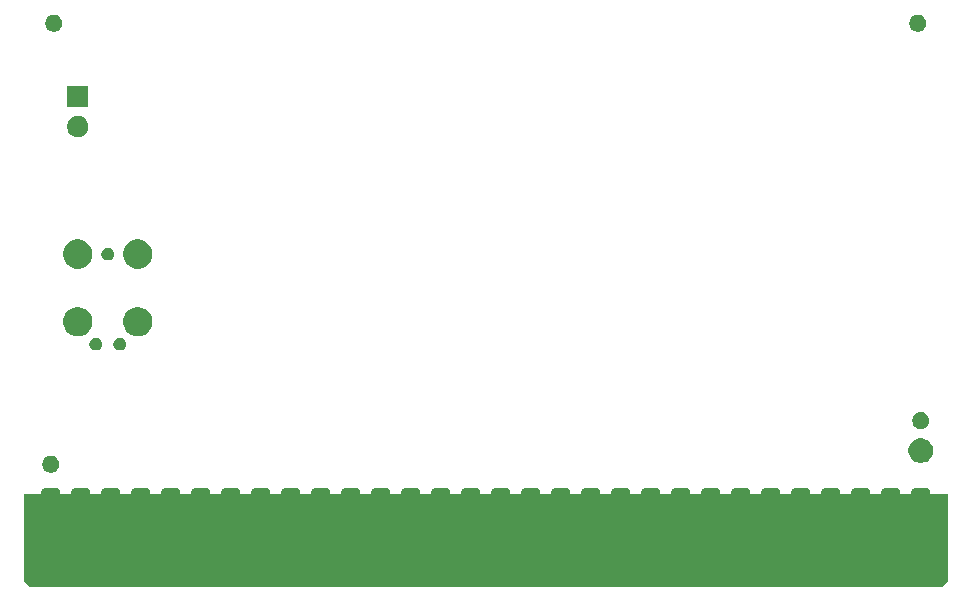
<source format=gbs>
G04 #@! TF.GenerationSoftware,KiCad,Pcbnew,(5.1.5-0-10_14)*
G04 #@! TF.CreationDate,2020-12-25T12:27:55-05:00*
G04 #@! TF.ProjectId,RAM2E,52414d32-452e-46b6-9963-61645f706362,1.3*
G04 #@! TF.SameCoordinates,Original*
G04 #@! TF.FileFunction,Soldermask,Bot*
G04 #@! TF.FilePolarity,Negative*
%FSLAX46Y46*%
G04 Gerber Fmt 4.6, Leading zero omitted, Abs format (unit mm)*
G04 Created by KiCad (PCBNEW (5.1.5-0-10_14)) date 2020-12-25 12:27:55*
%MOMM*%
%LPD*%
G04 APERTURE LIST*
%ADD10C,0.100000*%
G04 APERTURE END LIST*
D10*
G36*
X276606000Y-139446000D02*
G01*
X276098000Y-139954000D01*
X198882000Y-139954000D01*
X198374000Y-139446000D01*
X198374000Y-132080000D01*
X276606000Y-132080000D01*
X276606000Y-139446000D01*
G37*
G36*
X274825282Y-131569558D02*
G01*
X274896711Y-131591226D01*
X274962535Y-131626409D01*
X275020236Y-131673764D01*
X275067591Y-131731465D01*
X275102774Y-131797289D01*
X275124442Y-131868718D01*
X275132000Y-131945454D01*
X275132000Y-138618546D01*
X275124442Y-138695282D01*
X275102774Y-138766711D01*
X275067591Y-138832535D01*
X275020236Y-138890236D01*
X274962535Y-138937591D01*
X274896711Y-138972774D01*
X274825282Y-138994442D01*
X274748546Y-139002000D01*
X273891454Y-139002000D01*
X273814718Y-138994442D01*
X273743289Y-138972774D01*
X273677465Y-138937591D01*
X273619764Y-138890236D01*
X273572409Y-138832535D01*
X273537226Y-138766711D01*
X273515558Y-138695282D01*
X273508000Y-138618546D01*
X273508000Y-131945454D01*
X273515558Y-131868718D01*
X273537226Y-131797289D01*
X273572409Y-131731465D01*
X273619764Y-131673764D01*
X273677465Y-131626409D01*
X273743289Y-131591226D01*
X273814718Y-131569558D01*
X273891454Y-131562000D01*
X274748546Y-131562000D01*
X274825282Y-131569558D01*
G37*
G36*
X272285282Y-131569558D02*
G01*
X272356711Y-131591226D01*
X272422535Y-131626409D01*
X272480236Y-131673764D01*
X272527591Y-131731465D01*
X272562774Y-131797289D01*
X272584442Y-131868718D01*
X272592000Y-131945454D01*
X272592000Y-138618546D01*
X272584442Y-138695282D01*
X272562774Y-138766711D01*
X272527591Y-138832535D01*
X272480236Y-138890236D01*
X272422535Y-138937591D01*
X272356711Y-138972774D01*
X272285282Y-138994442D01*
X272208546Y-139002000D01*
X271351454Y-139002000D01*
X271274718Y-138994442D01*
X271203289Y-138972774D01*
X271137465Y-138937591D01*
X271079764Y-138890236D01*
X271032409Y-138832535D01*
X270997226Y-138766711D01*
X270975558Y-138695282D01*
X270968000Y-138618546D01*
X270968000Y-131945454D01*
X270975558Y-131868718D01*
X270997226Y-131797289D01*
X271032409Y-131731465D01*
X271079764Y-131673764D01*
X271137465Y-131626409D01*
X271203289Y-131591226D01*
X271274718Y-131569558D01*
X271351454Y-131562000D01*
X272208546Y-131562000D01*
X272285282Y-131569558D01*
G37*
G36*
X269745282Y-131569558D02*
G01*
X269816711Y-131591226D01*
X269882535Y-131626409D01*
X269940236Y-131673764D01*
X269987591Y-131731465D01*
X270022774Y-131797289D01*
X270044442Y-131868718D01*
X270052000Y-131945454D01*
X270052000Y-138618546D01*
X270044442Y-138695282D01*
X270022774Y-138766711D01*
X269987591Y-138832535D01*
X269940236Y-138890236D01*
X269882535Y-138937591D01*
X269816711Y-138972774D01*
X269745282Y-138994442D01*
X269668546Y-139002000D01*
X268811454Y-139002000D01*
X268734718Y-138994442D01*
X268663289Y-138972774D01*
X268597465Y-138937591D01*
X268539764Y-138890236D01*
X268492409Y-138832535D01*
X268457226Y-138766711D01*
X268435558Y-138695282D01*
X268428000Y-138618546D01*
X268428000Y-131945454D01*
X268435558Y-131868718D01*
X268457226Y-131797289D01*
X268492409Y-131731465D01*
X268539764Y-131673764D01*
X268597465Y-131626409D01*
X268663289Y-131591226D01*
X268734718Y-131569558D01*
X268811454Y-131562000D01*
X269668546Y-131562000D01*
X269745282Y-131569558D01*
G37*
G36*
X267205282Y-131569558D02*
G01*
X267276711Y-131591226D01*
X267342535Y-131626409D01*
X267400236Y-131673764D01*
X267447591Y-131731465D01*
X267482774Y-131797289D01*
X267504442Y-131868718D01*
X267512000Y-131945454D01*
X267512000Y-138618546D01*
X267504442Y-138695282D01*
X267482774Y-138766711D01*
X267447591Y-138832535D01*
X267400236Y-138890236D01*
X267342535Y-138937591D01*
X267276711Y-138972774D01*
X267205282Y-138994442D01*
X267128546Y-139002000D01*
X266271454Y-139002000D01*
X266194718Y-138994442D01*
X266123289Y-138972774D01*
X266057465Y-138937591D01*
X265999764Y-138890236D01*
X265952409Y-138832535D01*
X265917226Y-138766711D01*
X265895558Y-138695282D01*
X265888000Y-138618546D01*
X265888000Y-131945454D01*
X265895558Y-131868718D01*
X265917226Y-131797289D01*
X265952409Y-131731465D01*
X265999764Y-131673764D01*
X266057465Y-131626409D01*
X266123289Y-131591226D01*
X266194718Y-131569558D01*
X266271454Y-131562000D01*
X267128546Y-131562000D01*
X267205282Y-131569558D01*
G37*
G36*
X264665282Y-131569558D02*
G01*
X264736711Y-131591226D01*
X264802535Y-131626409D01*
X264860236Y-131673764D01*
X264907591Y-131731465D01*
X264942774Y-131797289D01*
X264964442Y-131868718D01*
X264972000Y-131945454D01*
X264972000Y-138618546D01*
X264964442Y-138695282D01*
X264942774Y-138766711D01*
X264907591Y-138832535D01*
X264860236Y-138890236D01*
X264802535Y-138937591D01*
X264736711Y-138972774D01*
X264665282Y-138994442D01*
X264588546Y-139002000D01*
X263731454Y-139002000D01*
X263654718Y-138994442D01*
X263583289Y-138972774D01*
X263517465Y-138937591D01*
X263459764Y-138890236D01*
X263412409Y-138832535D01*
X263377226Y-138766711D01*
X263355558Y-138695282D01*
X263348000Y-138618546D01*
X263348000Y-131945454D01*
X263355558Y-131868718D01*
X263377226Y-131797289D01*
X263412409Y-131731465D01*
X263459764Y-131673764D01*
X263517465Y-131626409D01*
X263583289Y-131591226D01*
X263654718Y-131569558D01*
X263731454Y-131562000D01*
X264588546Y-131562000D01*
X264665282Y-131569558D01*
G37*
G36*
X262125282Y-131569558D02*
G01*
X262196711Y-131591226D01*
X262262535Y-131626409D01*
X262320236Y-131673764D01*
X262367591Y-131731465D01*
X262402774Y-131797289D01*
X262424442Y-131868718D01*
X262432000Y-131945454D01*
X262432000Y-138618546D01*
X262424442Y-138695282D01*
X262402774Y-138766711D01*
X262367591Y-138832535D01*
X262320236Y-138890236D01*
X262262535Y-138937591D01*
X262196711Y-138972774D01*
X262125282Y-138994442D01*
X262048546Y-139002000D01*
X261191454Y-139002000D01*
X261114718Y-138994442D01*
X261043289Y-138972774D01*
X260977465Y-138937591D01*
X260919764Y-138890236D01*
X260872409Y-138832535D01*
X260837226Y-138766711D01*
X260815558Y-138695282D01*
X260808000Y-138618546D01*
X260808000Y-131945454D01*
X260815558Y-131868718D01*
X260837226Y-131797289D01*
X260872409Y-131731465D01*
X260919764Y-131673764D01*
X260977465Y-131626409D01*
X261043289Y-131591226D01*
X261114718Y-131569558D01*
X261191454Y-131562000D01*
X262048546Y-131562000D01*
X262125282Y-131569558D01*
G37*
G36*
X259585282Y-131569558D02*
G01*
X259656711Y-131591226D01*
X259722535Y-131626409D01*
X259780236Y-131673764D01*
X259827591Y-131731465D01*
X259862774Y-131797289D01*
X259884442Y-131868718D01*
X259892000Y-131945454D01*
X259892000Y-138618546D01*
X259884442Y-138695282D01*
X259862774Y-138766711D01*
X259827591Y-138832535D01*
X259780236Y-138890236D01*
X259722535Y-138937591D01*
X259656711Y-138972774D01*
X259585282Y-138994442D01*
X259508546Y-139002000D01*
X258651454Y-139002000D01*
X258574718Y-138994442D01*
X258503289Y-138972774D01*
X258437465Y-138937591D01*
X258379764Y-138890236D01*
X258332409Y-138832535D01*
X258297226Y-138766711D01*
X258275558Y-138695282D01*
X258268000Y-138618546D01*
X258268000Y-131945454D01*
X258275558Y-131868718D01*
X258297226Y-131797289D01*
X258332409Y-131731465D01*
X258379764Y-131673764D01*
X258437465Y-131626409D01*
X258503289Y-131591226D01*
X258574718Y-131569558D01*
X258651454Y-131562000D01*
X259508546Y-131562000D01*
X259585282Y-131569558D01*
G37*
G36*
X257045282Y-131569558D02*
G01*
X257116711Y-131591226D01*
X257182535Y-131626409D01*
X257240236Y-131673764D01*
X257287591Y-131731465D01*
X257322774Y-131797289D01*
X257344442Y-131868718D01*
X257352000Y-131945454D01*
X257352000Y-138618546D01*
X257344442Y-138695282D01*
X257322774Y-138766711D01*
X257287591Y-138832535D01*
X257240236Y-138890236D01*
X257182535Y-138937591D01*
X257116711Y-138972774D01*
X257045282Y-138994442D01*
X256968546Y-139002000D01*
X256111454Y-139002000D01*
X256034718Y-138994442D01*
X255963289Y-138972774D01*
X255897465Y-138937591D01*
X255839764Y-138890236D01*
X255792409Y-138832535D01*
X255757226Y-138766711D01*
X255735558Y-138695282D01*
X255728000Y-138618546D01*
X255728000Y-131945454D01*
X255735558Y-131868718D01*
X255757226Y-131797289D01*
X255792409Y-131731465D01*
X255839764Y-131673764D01*
X255897465Y-131626409D01*
X255963289Y-131591226D01*
X256034718Y-131569558D01*
X256111454Y-131562000D01*
X256968546Y-131562000D01*
X257045282Y-131569558D01*
G37*
G36*
X254505282Y-131569558D02*
G01*
X254576711Y-131591226D01*
X254642535Y-131626409D01*
X254700236Y-131673764D01*
X254747591Y-131731465D01*
X254782774Y-131797289D01*
X254804442Y-131868718D01*
X254812000Y-131945454D01*
X254812000Y-138618546D01*
X254804442Y-138695282D01*
X254782774Y-138766711D01*
X254747591Y-138832535D01*
X254700236Y-138890236D01*
X254642535Y-138937591D01*
X254576711Y-138972774D01*
X254505282Y-138994442D01*
X254428546Y-139002000D01*
X253571454Y-139002000D01*
X253494718Y-138994442D01*
X253423289Y-138972774D01*
X253357465Y-138937591D01*
X253299764Y-138890236D01*
X253252409Y-138832535D01*
X253217226Y-138766711D01*
X253195558Y-138695282D01*
X253188000Y-138618546D01*
X253188000Y-131945454D01*
X253195558Y-131868718D01*
X253217226Y-131797289D01*
X253252409Y-131731465D01*
X253299764Y-131673764D01*
X253357465Y-131626409D01*
X253423289Y-131591226D01*
X253494718Y-131569558D01*
X253571454Y-131562000D01*
X254428546Y-131562000D01*
X254505282Y-131569558D01*
G37*
G36*
X251965282Y-131569558D02*
G01*
X252036711Y-131591226D01*
X252102535Y-131626409D01*
X252160236Y-131673764D01*
X252207591Y-131731465D01*
X252242774Y-131797289D01*
X252264442Y-131868718D01*
X252272000Y-131945454D01*
X252272000Y-138618546D01*
X252264442Y-138695282D01*
X252242774Y-138766711D01*
X252207591Y-138832535D01*
X252160236Y-138890236D01*
X252102535Y-138937591D01*
X252036711Y-138972774D01*
X251965282Y-138994442D01*
X251888546Y-139002000D01*
X251031454Y-139002000D01*
X250954718Y-138994442D01*
X250883289Y-138972774D01*
X250817465Y-138937591D01*
X250759764Y-138890236D01*
X250712409Y-138832535D01*
X250677226Y-138766711D01*
X250655558Y-138695282D01*
X250648000Y-138618546D01*
X250648000Y-131945454D01*
X250655558Y-131868718D01*
X250677226Y-131797289D01*
X250712409Y-131731465D01*
X250759764Y-131673764D01*
X250817465Y-131626409D01*
X250883289Y-131591226D01*
X250954718Y-131569558D01*
X251031454Y-131562000D01*
X251888546Y-131562000D01*
X251965282Y-131569558D01*
G37*
G36*
X249425282Y-131569558D02*
G01*
X249496711Y-131591226D01*
X249562535Y-131626409D01*
X249620236Y-131673764D01*
X249667591Y-131731465D01*
X249702774Y-131797289D01*
X249724442Y-131868718D01*
X249732000Y-131945454D01*
X249732000Y-138618546D01*
X249724442Y-138695282D01*
X249702774Y-138766711D01*
X249667591Y-138832535D01*
X249620236Y-138890236D01*
X249562535Y-138937591D01*
X249496711Y-138972774D01*
X249425282Y-138994442D01*
X249348546Y-139002000D01*
X248491454Y-139002000D01*
X248414718Y-138994442D01*
X248343289Y-138972774D01*
X248277465Y-138937591D01*
X248219764Y-138890236D01*
X248172409Y-138832535D01*
X248137226Y-138766711D01*
X248115558Y-138695282D01*
X248108000Y-138618546D01*
X248108000Y-131945454D01*
X248115558Y-131868718D01*
X248137226Y-131797289D01*
X248172409Y-131731465D01*
X248219764Y-131673764D01*
X248277465Y-131626409D01*
X248343289Y-131591226D01*
X248414718Y-131569558D01*
X248491454Y-131562000D01*
X249348546Y-131562000D01*
X249425282Y-131569558D01*
G37*
G36*
X246885282Y-131569558D02*
G01*
X246956711Y-131591226D01*
X247022535Y-131626409D01*
X247080236Y-131673764D01*
X247127591Y-131731465D01*
X247162774Y-131797289D01*
X247184442Y-131868718D01*
X247192000Y-131945454D01*
X247192000Y-138618546D01*
X247184442Y-138695282D01*
X247162774Y-138766711D01*
X247127591Y-138832535D01*
X247080236Y-138890236D01*
X247022535Y-138937591D01*
X246956711Y-138972774D01*
X246885282Y-138994442D01*
X246808546Y-139002000D01*
X245951454Y-139002000D01*
X245874718Y-138994442D01*
X245803289Y-138972774D01*
X245737465Y-138937591D01*
X245679764Y-138890236D01*
X245632409Y-138832535D01*
X245597226Y-138766711D01*
X245575558Y-138695282D01*
X245568000Y-138618546D01*
X245568000Y-131945454D01*
X245575558Y-131868718D01*
X245597226Y-131797289D01*
X245632409Y-131731465D01*
X245679764Y-131673764D01*
X245737465Y-131626409D01*
X245803289Y-131591226D01*
X245874718Y-131569558D01*
X245951454Y-131562000D01*
X246808546Y-131562000D01*
X246885282Y-131569558D01*
G37*
G36*
X244345282Y-131569558D02*
G01*
X244416711Y-131591226D01*
X244482535Y-131626409D01*
X244540236Y-131673764D01*
X244587591Y-131731465D01*
X244622774Y-131797289D01*
X244644442Y-131868718D01*
X244652000Y-131945454D01*
X244652000Y-138618546D01*
X244644442Y-138695282D01*
X244622774Y-138766711D01*
X244587591Y-138832535D01*
X244540236Y-138890236D01*
X244482535Y-138937591D01*
X244416711Y-138972774D01*
X244345282Y-138994442D01*
X244268546Y-139002000D01*
X243411454Y-139002000D01*
X243334718Y-138994442D01*
X243263289Y-138972774D01*
X243197465Y-138937591D01*
X243139764Y-138890236D01*
X243092409Y-138832535D01*
X243057226Y-138766711D01*
X243035558Y-138695282D01*
X243028000Y-138618546D01*
X243028000Y-131945454D01*
X243035558Y-131868718D01*
X243057226Y-131797289D01*
X243092409Y-131731465D01*
X243139764Y-131673764D01*
X243197465Y-131626409D01*
X243263289Y-131591226D01*
X243334718Y-131569558D01*
X243411454Y-131562000D01*
X244268546Y-131562000D01*
X244345282Y-131569558D01*
G37*
G36*
X241805282Y-131569558D02*
G01*
X241876711Y-131591226D01*
X241942535Y-131626409D01*
X242000236Y-131673764D01*
X242047591Y-131731465D01*
X242082774Y-131797289D01*
X242104442Y-131868718D01*
X242112000Y-131945454D01*
X242112000Y-138618546D01*
X242104442Y-138695282D01*
X242082774Y-138766711D01*
X242047591Y-138832535D01*
X242000236Y-138890236D01*
X241942535Y-138937591D01*
X241876711Y-138972774D01*
X241805282Y-138994442D01*
X241728546Y-139002000D01*
X240871454Y-139002000D01*
X240794718Y-138994442D01*
X240723289Y-138972774D01*
X240657465Y-138937591D01*
X240599764Y-138890236D01*
X240552409Y-138832535D01*
X240517226Y-138766711D01*
X240495558Y-138695282D01*
X240488000Y-138618546D01*
X240488000Y-131945454D01*
X240495558Y-131868718D01*
X240517226Y-131797289D01*
X240552409Y-131731465D01*
X240599764Y-131673764D01*
X240657465Y-131626409D01*
X240723289Y-131591226D01*
X240794718Y-131569558D01*
X240871454Y-131562000D01*
X241728546Y-131562000D01*
X241805282Y-131569558D01*
G37*
G36*
X239265282Y-131569558D02*
G01*
X239336711Y-131591226D01*
X239402535Y-131626409D01*
X239460236Y-131673764D01*
X239507591Y-131731465D01*
X239542774Y-131797289D01*
X239564442Y-131868718D01*
X239572000Y-131945454D01*
X239572000Y-138618546D01*
X239564442Y-138695282D01*
X239542774Y-138766711D01*
X239507591Y-138832535D01*
X239460236Y-138890236D01*
X239402535Y-138937591D01*
X239336711Y-138972774D01*
X239265282Y-138994442D01*
X239188546Y-139002000D01*
X238331454Y-139002000D01*
X238254718Y-138994442D01*
X238183289Y-138972774D01*
X238117465Y-138937591D01*
X238059764Y-138890236D01*
X238012409Y-138832535D01*
X237977226Y-138766711D01*
X237955558Y-138695282D01*
X237948000Y-138618546D01*
X237948000Y-131945454D01*
X237955558Y-131868718D01*
X237977226Y-131797289D01*
X238012409Y-131731465D01*
X238059764Y-131673764D01*
X238117465Y-131626409D01*
X238183289Y-131591226D01*
X238254718Y-131569558D01*
X238331454Y-131562000D01*
X239188546Y-131562000D01*
X239265282Y-131569558D01*
G37*
G36*
X236725282Y-131569558D02*
G01*
X236796711Y-131591226D01*
X236862535Y-131626409D01*
X236920236Y-131673764D01*
X236967591Y-131731465D01*
X237002774Y-131797289D01*
X237024442Y-131868718D01*
X237032000Y-131945454D01*
X237032000Y-138618546D01*
X237024442Y-138695282D01*
X237002774Y-138766711D01*
X236967591Y-138832535D01*
X236920236Y-138890236D01*
X236862535Y-138937591D01*
X236796711Y-138972774D01*
X236725282Y-138994442D01*
X236648546Y-139002000D01*
X235791454Y-139002000D01*
X235714718Y-138994442D01*
X235643289Y-138972774D01*
X235577465Y-138937591D01*
X235519764Y-138890236D01*
X235472409Y-138832535D01*
X235437226Y-138766711D01*
X235415558Y-138695282D01*
X235408000Y-138618546D01*
X235408000Y-131945454D01*
X235415558Y-131868718D01*
X235437226Y-131797289D01*
X235472409Y-131731465D01*
X235519764Y-131673764D01*
X235577465Y-131626409D01*
X235643289Y-131591226D01*
X235714718Y-131569558D01*
X235791454Y-131562000D01*
X236648546Y-131562000D01*
X236725282Y-131569558D01*
G37*
G36*
X234185282Y-131569558D02*
G01*
X234256711Y-131591226D01*
X234322535Y-131626409D01*
X234380236Y-131673764D01*
X234427591Y-131731465D01*
X234462774Y-131797289D01*
X234484442Y-131868718D01*
X234492000Y-131945454D01*
X234492000Y-138618546D01*
X234484442Y-138695282D01*
X234462774Y-138766711D01*
X234427591Y-138832535D01*
X234380236Y-138890236D01*
X234322535Y-138937591D01*
X234256711Y-138972774D01*
X234185282Y-138994442D01*
X234108546Y-139002000D01*
X233251454Y-139002000D01*
X233174718Y-138994442D01*
X233103289Y-138972774D01*
X233037465Y-138937591D01*
X232979764Y-138890236D01*
X232932409Y-138832535D01*
X232897226Y-138766711D01*
X232875558Y-138695282D01*
X232868000Y-138618546D01*
X232868000Y-131945454D01*
X232875558Y-131868718D01*
X232897226Y-131797289D01*
X232932409Y-131731465D01*
X232979764Y-131673764D01*
X233037465Y-131626409D01*
X233103289Y-131591226D01*
X233174718Y-131569558D01*
X233251454Y-131562000D01*
X234108546Y-131562000D01*
X234185282Y-131569558D01*
G37*
G36*
X231645282Y-131569558D02*
G01*
X231716711Y-131591226D01*
X231782535Y-131626409D01*
X231840236Y-131673764D01*
X231887591Y-131731465D01*
X231922774Y-131797289D01*
X231944442Y-131868718D01*
X231952000Y-131945454D01*
X231952000Y-138618546D01*
X231944442Y-138695282D01*
X231922774Y-138766711D01*
X231887591Y-138832535D01*
X231840236Y-138890236D01*
X231782535Y-138937591D01*
X231716711Y-138972774D01*
X231645282Y-138994442D01*
X231568546Y-139002000D01*
X230711454Y-139002000D01*
X230634718Y-138994442D01*
X230563289Y-138972774D01*
X230497465Y-138937591D01*
X230439764Y-138890236D01*
X230392409Y-138832535D01*
X230357226Y-138766711D01*
X230335558Y-138695282D01*
X230328000Y-138618546D01*
X230328000Y-131945454D01*
X230335558Y-131868718D01*
X230357226Y-131797289D01*
X230392409Y-131731465D01*
X230439764Y-131673764D01*
X230497465Y-131626409D01*
X230563289Y-131591226D01*
X230634718Y-131569558D01*
X230711454Y-131562000D01*
X231568546Y-131562000D01*
X231645282Y-131569558D01*
G37*
G36*
X229105282Y-131569558D02*
G01*
X229176711Y-131591226D01*
X229242535Y-131626409D01*
X229300236Y-131673764D01*
X229347591Y-131731465D01*
X229382774Y-131797289D01*
X229404442Y-131868718D01*
X229412000Y-131945454D01*
X229412000Y-138618546D01*
X229404442Y-138695282D01*
X229382774Y-138766711D01*
X229347591Y-138832535D01*
X229300236Y-138890236D01*
X229242535Y-138937591D01*
X229176711Y-138972774D01*
X229105282Y-138994442D01*
X229028546Y-139002000D01*
X228171454Y-139002000D01*
X228094718Y-138994442D01*
X228023289Y-138972774D01*
X227957465Y-138937591D01*
X227899764Y-138890236D01*
X227852409Y-138832535D01*
X227817226Y-138766711D01*
X227795558Y-138695282D01*
X227788000Y-138618546D01*
X227788000Y-131945454D01*
X227795558Y-131868718D01*
X227817226Y-131797289D01*
X227852409Y-131731465D01*
X227899764Y-131673764D01*
X227957465Y-131626409D01*
X228023289Y-131591226D01*
X228094718Y-131569558D01*
X228171454Y-131562000D01*
X229028546Y-131562000D01*
X229105282Y-131569558D01*
G37*
G36*
X226565282Y-131569558D02*
G01*
X226636711Y-131591226D01*
X226702535Y-131626409D01*
X226760236Y-131673764D01*
X226807591Y-131731465D01*
X226842774Y-131797289D01*
X226864442Y-131868718D01*
X226872000Y-131945454D01*
X226872000Y-138618546D01*
X226864442Y-138695282D01*
X226842774Y-138766711D01*
X226807591Y-138832535D01*
X226760236Y-138890236D01*
X226702535Y-138937591D01*
X226636711Y-138972774D01*
X226565282Y-138994442D01*
X226488546Y-139002000D01*
X225631454Y-139002000D01*
X225554718Y-138994442D01*
X225483289Y-138972774D01*
X225417465Y-138937591D01*
X225359764Y-138890236D01*
X225312409Y-138832535D01*
X225277226Y-138766711D01*
X225255558Y-138695282D01*
X225248000Y-138618546D01*
X225248000Y-131945454D01*
X225255558Y-131868718D01*
X225277226Y-131797289D01*
X225312409Y-131731465D01*
X225359764Y-131673764D01*
X225417465Y-131626409D01*
X225483289Y-131591226D01*
X225554718Y-131569558D01*
X225631454Y-131562000D01*
X226488546Y-131562000D01*
X226565282Y-131569558D01*
G37*
G36*
X224025282Y-131569558D02*
G01*
X224096711Y-131591226D01*
X224162535Y-131626409D01*
X224220236Y-131673764D01*
X224267591Y-131731465D01*
X224302774Y-131797289D01*
X224324442Y-131868718D01*
X224332000Y-131945454D01*
X224332000Y-138618546D01*
X224324442Y-138695282D01*
X224302774Y-138766711D01*
X224267591Y-138832535D01*
X224220236Y-138890236D01*
X224162535Y-138937591D01*
X224096711Y-138972774D01*
X224025282Y-138994442D01*
X223948546Y-139002000D01*
X223091454Y-139002000D01*
X223014718Y-138994442D01*
X222943289Y-138972774D01*
X222877465Y-138937591D01*
X222819764Y-138890236D01*
X222772409Y-138832535D01*
X222737226Y-138766711D01*
X222715558Y-138695282D01*
X222708000Y-138618546D01*
X222708000Y-131945454D01*
X222715558Y-131868718D01*
X222737226Y-131797289D01*
X222772409Y-131731465D01*
X222819764Y-131673764D01*
X222877465Y-131626409D01*
X222943289Y-131591226D01*
X223014718Y-131569558D01*
X223091454Y-131562000D01*
X223948546Y-131562000D01*
X224025282Y-131569558D01*
G37*
G36*
X221485282Y-131569558D02*
G01*
X221556711Y-131591226D01*
X221622535Y-131626409D01*
X221680236Y-131673764D01*
X221727591Y-131731465D01*
X221762774Y-131797289D01*
X221784442Y-131868718D01*
X221792000Y-131945454D01*
X221792000Y-138618546D01*
X221784442Y-138695282D01*
X221762774Y-138766711D01*
X221727591Y-138832535D01*
X221680236Y-138890236D01*
X221622535Y-138937591D01*
X221556711Y-138972774D01*
X221485282Y-138994442D01*
X221408546Y-139002000D01*
X220551454Y-139002000D01*
X220474718Y-138994442D01*
X220403289Y-138972774D01*
X220337465Y-138937591D01*
X220279764Y-138890236D01*
X220232409Y-138832535D01*
X220197226Y-138766711D01*
X220175558Y-138695282D01*
X220168000Y-138618546D01*
X220168000Y-131945454D01*
X220175558Y-131868718D01*
X220197226Y-131797289D01*
X220232409Y-131731465D01*
X220279764Y-131673764D01*
X220337465Y-131626409D01*
X220403289Y-131591226D01*
X220474718Y-131569558D01*
X220551454Y-131562000D01*
X221408546Y-131562000D01*
X221485282Y-131569558D01*
G37*
G36*
X218945282Y-131569558D02*
G01*
X219016711Y-131591226D01*
X219082535Y-131626409D01*
X219140236Y-131673764D01*
X219187591Y-131731465D01*
X219222774Y-131797289D01*
X219244442Y-131868718D01*
X219252000Y-131945454D01*
X219252000Y-138618546D01*
X219244442Y-138695282D01*
X219222774Y-138766711D01*
X219187591Y-138832535D01*
X219140236Y-138890236D01*
X219082535Y-138937591D01*
X219016711Y-138972774D01*
X218945282Y-138994442D01*
X218868546Y-139002000D01*
X218011454Y-139002000D01*
X217934718Y-138994442D01*
X217863289Y-138972774D01*
X217797465Y-138937591D01*
X217739764Y-138890236D01*
X217692409Y-138832535D01*
X217657226Y-138766711D01*
X217635558Y-138695282D01*
X217628000Y-138618546D01*
X217628000Y-131945454D01*
X217635558Y-131868718D01*
X217657226Y-131797289D01*
X217692409Y-131731465D01*
X217739764Y-131673764D01*
X217797465Y-131626409D01*
X217863289Y-131591226D01*
X217934718Y-131569558D01*
X218011454Y-131562000D01*
X218868546Y-131562000D01*
X218945282Y-131569558D01*
G37*
G36*
X216405282Y-131569558D02*
G01*
X216476711Y-131591226D01*
X216542535Y-131626409D01*
X216600236Y-131673764D01*
X216647591Y-131731465D01*
X216682774Y-131797289D01*
X216704442Y-131868718D01*
X216712000Y-131945454D01*
X216712000Y-138618546D01*
X216704442Y-138695282D01*
X216682774Y-138766711D01*
X216647591Y-138832535D01*
X216600236Y-138890236D01*
X216542535Y-138937591D01*
X216476711Y-138972774D01*
X216405282Y-138994442D01*
X216328546Y-139002000D01*
X215471454Y-139002000D01*
X215394718Y-138994442D01*
X215323289Y-138972774D01*
X215257465Y-138937591D01*
X215199764Y-138890236D01*
X215152409Y-138832535D01*
X215117226Y-138766711D01*
X215095558Y-138695282D01*
X215088000Y-138618546D01*
X215088000Y-131945454D01*
X215095558Y-131868718D01*
X215117226Y-131797289D01*
X215152409Y-131731465D01*
X215199764Y-131673764D01*
X215257465Y-131626409D01*
X215323289Y-131591226D01*
X215394718Y-131569558D01*
X215471454Y-131562000D01*
X216328546Y-131562000D01*
X216405282Y-131569558D01*
G37*
G36*
X213865282Y-131569558D02*
G01*
X213936711Y-131591226D01*
X214002535Y-131626409D01*
X214060236Y-131673764D01*
X214107591Y-131731465D01*
X214142774Y-131797289D01*
X214164442Y-131868718D01*
X214172000Y-131945454D01*
X214172000Y-138618546D01*
X214164442Y-138695282D01*
X214142774Y-138766711D01*
X214107591Y-138832535D01*
X214060236Y-138890236D01*
X214002535Y-138937591D01*
X213936711Y-138972774D01*
X213865282Y-138994442D01*
X213788546Y-139002000D01*
X212931454Y-139002000D01*
X212854718Y-138994442D01*
X212783289Y-138972774D01*
X212717465Y-138937591D01*
X212659764Y-138890236D01*
X212612409Y-138832535D01*
X212577226Y-138766711D01*
X212555558Y-138695282D01*
X212548000Y-138618546D01*
X212548000Y-131945454D01*
X212555558Y-131868718D01*
X212577226Y-131797289D01*
X212612409Y-131731465D01*
X212659764Y-131673764D01*
X212717465Y-131626409D01*
X212783289Y-131591226D01*
X212854718Y-131569558D01*
X212931454Y-131562000D01*
X213788546Y-131562000D01*
X213865282Y-131569558D01*
G37*
G36*
X211325282Y-131569558D02*
G01*
X211396711Y-131591226D01*
X211462535Y-131626409D01*
X211520236Y-131673764D01*
X211567591Y-131731465D01*
X211602774Y-131797289D01*
X211624442Y-131868718D01*
X211632000Y-131945454D01*
X211632000Y-138618546D01*
X211624442Y-138695282D01*
X211602774Y-138766711D01*
X211567591Y-138832535D01*
X211520236Y-138890236D01*
X211462535Y-138937591D01*
X211396711Y-138972774D01*
X211325282Y-138994442D01*
X211248546Y-139002000D01*
X210391454Y-139002000D01*
X210314718Y-138994442D01*
X210243289Y-138972774D01*
X210177465Y-138937591D01*
X210119764Y-138890236D01*
X210072409Y-138832535D01*
X210037226Y-138766711D01*
X210015558Y-138695282D01*
X210008000Y-138618546D01*
X210008000Y-131945454D01*
X210015558Y-131868718D01*
X210037226Y-131797289D01*
X210072409Y-131731465D01*
X210119764Y-131673764D01*
X210177465Y-131626409D01*
X210243289Y-131591226D01*
X210314718Y-131569558D01*
X210391454Y-131562000D01*
X211248546Y-131562000D01*
X211325282Y-131569558D01*
G37*
G36*
X208785282Y-131569558D02*
G01*
X208856711Y-131591226D01*
X208922535Y-131626409D01*
X208980236Y-131673764D01*
X209027591Y-131731465D01*
X209062774Y-131797289D01*
X209084442Y-131868718D01*
X209092000Y-131945454D01*
X209092000Y-138618546D01*
X209084442Y-138695282D01*
X209062774Y-138766711D01*
X209027591Y-138832535D01*
X208980236Y-138890236D01*
X208922535Y-138937591D01*
X208856711Y-138972774D01*
X208785282Y-138994442D01*
X208708546Y-139002000D01*
X207851454Y-139002000D01*
X207774718Y-138994442D01*
X207703289Y-138972774D01*
X207637465Y-138937591D01*
X207579764Y-138890236D01*
X207532409Y-138832535D01*
X207497226Y-138766711D01*
X207475558Y-138695282D01*
X207468000Y-138618546D01*
X207468000Y-131945454D01*
X207475558Y-131868718D01*
X207497226Y-131797289D01*
X207532409Y-131731465D01*
X207579764Y-131673764D01*
X207637465Y-131626409D01*
X207703289Y-131591226D01*
X207774718Y-131569558D01*
X207851454Y-131562000D01*
X208708546Y-131562000D01*
X208785282Y-131569558D01*
G37*
G36*
X206245282Y-131569558D02*
G01*
X206316711Y-131591226D01*
X206382535Y-131626409D01*
X206440236Y-131673764D01*
X206487591Y-131731465D01*
X206522774Y-131797289D01*
X206544442Y-131868718D01*
X206552000Y-131945454D01*
X206552000Y-138618546D01*
X206544442Y-138695282D01*
X206522774Y-138766711D01*
X206487591Y-138832535D01*
X206440236Y-138890236D01*
X206382535Y-138937591D01*
X206316711Y-138972774D01*
X206245282Y-138994442D01*
X206168546Y-139002000D01*
X205311454Y-139002000D01*
X205234718Y-138994442D01*
X205163289Y-138972774D01*
X205097465Y-138937591D01*
X205039764Y-138890236D01*
X204992409Y-138832535D01*
X204957226Y-138766711D01*
X204935558Y-138695282D01*
X204928000Y-138618546D01*
X204928000Y-131945454D01*
X204935558Y-131868718D01*
X204957226Y-131797289D01*
X204992409Y-131731465D01*
X205039764Y-131673764D01*
X205097465Y-131626409D01*
X205163289Y-131591226D01*
X205234718Y-131569558D01*
X205311454Y-131562000D01*
X206168546Y-131562000D01*
X206245282Y-131569558D01*
G37*
G36*
X203705282Y-131569558D02*
G01*
X203776711Y-131591226D01*
X203842535Y-131626409D01*
X203900236Y-131673764D01*
X203947591Y-131731465D01*
X203982774Y-131797289D01*
X204004442Y-131868718D01*
X204012000Y-131945454D01*
X204012000Y-138618546D01*
X204004442Y-138695282D01*
X203982774Y-138766711D01*
X203947591Y-138832535D01*
X203900236Y-138890236D01*
X203842535Y-138937591D01*
X203776711Y-138972774D01*
X203705282Y-138994442D01*
X203628546Y-139002000D01*
X202771454Y-139002000D01*
X202694718Y-138994442D01*
X202623289Y-138972774D01*
X202557465Y-138937591D01*
X202499764Y-138890236D01*
X202452409Y-138832535D01*
X202417226Y-138766711D01*
X202395558Y-138695282D01*
X202388000Y-138618546D01*
X202388000Y-131945454D01*
X202395558Y-131868718D01*
X202417226Y-131797289D01*
X202452409Y-131731465D01*
X202499764Y-131673764D01*
X202557465Y-131626409D01*
X202623289Y-131591226D01*
X202694718Y-131569558D01*
X202771454Y-131562000D01*
X203628546Y-131562000D01*
X203705282Y-131569558D01*
G37*
G36*
X201165282Y-131569558D02*
G01*
X201236711Y-131591226D01*
X201302535Y-131626409D01*
X201360236Y-131673764D01*
X201407591Y-131731465D01*
X201442774Y-131797289D01*
X201464442Y-131868718D01*
X201472000Y-131945454D01*
X201472000Y-138618546D01*
X201464442Y-138695282D01*
X201442774Y-138766711D01*
X201407591Y-138832535D01*
X201360236Y-138890236D01*
X201302535Y-138937591D01*
X201236711Y-138972774D01*
X201165282Y-138994442D01*
X201088546Y-139002000D01*
X200231454Y-139002000D01*
X200154718Y-138994442D01*
X200083289Y-138972774D01*
X200017465Y-138937591D01*
X199959764Y-138890236D01*
X199912409Y-138832535D01*
X199877226Y-138766711D01*
X199855558Y-138695282D01*
X199848000Y-138618546D01*
X199848000Y-131945454D01*
X199855558Y-131868718D01*
X199877226Y-131797289D01*
X199912409Y-131731465D01*
X199959764Y-131673764D01*
X200017465Y-131626409D01*
X200083289Y-131591226D01*
X200154718Y-131569558D01*
X200231454Y-131562000D01*
X201088546Y-131562000D01*
X201165282Y-131569558D01*
G37*
G36*
X200871181Y-128843822D02*
G01*
X201002941Y-128898399D01*
X201002943Y-128898400D01*
X201062635Y-128938285D01*
X201121522Y-128977632D01*
X201222368Y-129078478D01*
X201301601Y-129197059D01*
X201356178Y-129328819D01*
X201384000Y-129468691D01*
X201384000Y-129611309D01*
X201356178Y-129751181D01*
X201356177Y-129751183D01*
X201301600Y-129882943D01*
X201222367Y-130001523D01*
X201121523Y-130102367D01*
X201002943Y-130181600D01*
X201002942Y-130181601D01*
X201002941Y-130181601D01*
X200871181Y-130236178D01*
X200731309Y-130264000D01*
X200588691Y-130264000D01*
X200448819Y-130236178D01*
X200317059Y-130181601D01*
X200317058Y-130181601D01*
X200317057Y-130181600D01*
X200198477Y-130102367D01*
X200097633Y-130001523D01*
X200018400Y-129882943D01*
X199963823Y-129751183D01*
X199963822Y-129751181D01*
X199936000Y-129611309D01*
X199936000Y-129468691D01*
X199963822Y-129328819D01*
X200018399Y-129197059D01*
X200097632Y-129078478D01*
X200198478Y-128977632D01*
X200257365Y-128938285D01*
X200317057Y-128898400D01*
X200317059Y-128898399D01*
X200448819Y-128843822D01*
X200588691Y-128816000D01*
X200731309Y-128816000D01*
X200871181Y-128843822D01*
G37*
G36*
X274448687Y-127352027D02*
G01*
X274626274Y-127387350D01*
X274817362Y-127466502D01*
X274989336Y-127581411D01*
X275135589Y-127727664D01*
X275250498Y-127899638D01*
X275329650Y-128090726D01*
X275370000Y-128293584D01*
X275370000Y-128500416D01*
X275329650Y-128703274D01*
X275250498Y-128894362D01*
X275135589Y-129066336D01*
X274989336Y-129212589D01*
X274817362Y-129327498D01*
X274626274Y-129406650D01*
X274448687Y-129441973D01*
X274423417Y-129447000D01*
X274216583Y-129447000D01*
X274191313Y-129441973D01*
X274013726Y-129406650D01*
X273822638Y-129327498D01*
X273650664Y-129212589D01*
X273504411Y-129066336D01*
X273389502Y-128894362D01*
X273310350Y-128703274D01*
X273270000Y-128500416D01*
X273270000Y-128293584D01*
X273310350Y-128090726D01*
X273389502Y-127899638D01*
X273504411Y-127727664D01*
X273650664Y-127581411D01*
X273822638Y-127466502D01*
X274013726Y-127387350D01*
X274191313Y-127352027D01*
X274216583Y-127347000D01*
X274423417Y-127347000D01*
X274448687Y-127352027D01*
G37*
G36*
X274531181Y-125160822D02*
G01*
X274531184Y-125160823D01*
X274531183Y-125160823D01*
X274662943Y-125215400D01*
X274722635Y-125255285D01*
X274781522Y-125294632D01*
X274882368Y-125395478D01*
X274961601Y-125514059D01*
X275016178Y-125645819D01*
X275044000Y-125785691D01*
X275044000Y-125928309D01*
X275016178Y-126068181D01*
X275016177Y-126068183D01*
X274961600Y-126199943D01*
X274882367Y-126318523D01*
X274781523Y-126419367D01*
X274662943Y-126498600D01*
X274662942Y-126498601D01*
X274662941Y-126498601D01*
X274531181Y-126553178D01*
X274391309Y-126581000D01*
X274248691Y-126581000D01*
X274108819Y-126553178D01*
X273977059Y-126498601D01*
X273977058Y-126498601D01*
X273977057Y-126498600D01*
X273858477Y-126419367D01*
X273757633Y-126318523D01*
X273678400Y-126199943D01*
X273623823Y-126068183D01*
X273623822Y-126068181D01*
X273596000Y-125928309D01*
X273596000Y-125785691D01*
X273623822Y-125645819D01*
X273678399Y-125514059D01*
X273757632Y-125395478D01*
X273858478Y-125294632D01*
X273917365Y-125255285D01*
X273977057Y-125215400D01*
X274108817Y-125160823D01*
X274108816Y-125160823D01*
X274108819Y-125160822D01*
X274248691Y-125133000D01*
X274391309Y-125133000D01*
X274531181Y-125160822D01*
G37*
G36*
X204629056Y-118855655D02*
G01*
X204728295Y-118896761D01*
X204817607Y-118956437D01*
X204893563Y-119032393D01*
X204953239Y-119121705D01*
X204994345Y-119220944D01*
X205015300Y-119326291D01*
X205015300Y-119433709D01*
X204994345Y-119539056D01*
X204953239Y-119638295D01*
X204893563Y-119727607D01*
X204817607Y-119803563D01*
X204728295Y-119863239D01*
X204629056Y-119904345D01*
X204523709Y-119925300D01*
X204416291Y-119925300D01*
X204310944Y-119904345D01*
X204211705Y-119863239D01*
X204122393Y-119803563D01*
X204046437Y-119727607D01*
X203986761Y-119638295D01*
X203945655Y-119539056D01*
X203924700Y-119433709D01*
X203924700Y-119326291D01*
X203945655Y-119220944D01*
X203986761Y-119121705D01*
X204046437Y-119032393D01*
X204122393Y-118956437D01*
X204211705Y-118896761D01*
X204310944Y-118855655D01*
X204416291Y-118834700D01*
X204523709Y-118834700D01*
X204629056Y-118855655D01*
G37*
G36*
X206661056Y-118855655D02*
G01*
X206760295Y-118896761D01*
X206849607Y-118956437D01*
X206925563Y-119032393D01*
X206985239Y-119121705D01*
X207026345Y-119220944D01*
X207047300Y-119326291D01*
X207047300Y-119433709D01*
X207026345Y-119539056D01*
X206985239Y-119638295D01*
X206925563Y-119727607D01*
X206849607Y-119803563D01*
X206760295Y-119863239D01*
X206661056Y-119904345D01*
X206555709Y-119925300D01*
X206448291Y-119925300D01*
X206342944Y-119904345D01*
X206243705Y-119863239D01*
X206154393Y-119803563D01*
X206078437Y-119727607D01*
X206018761Y-119638295D01*
X205977655Y-119539056D01*
X205956700Y-119433709D01*
X205956700Y-119326291D01*
X205977655Y-119220944D01*
X206018761Y-119121705D01*
X206078437Y-119032393D01*
X206154393Y-118956437D01*
X206243705Y-118896761D01*
X206342944Y-118855655D01*
X206448291Y-118834700D01*
X206555709Y-118834700D01*
X206661056Y-118855655D01*
G37*
G36*
X203306949Y-116285104D02*
G01*
X203306952Y-116285105D01*
X203306951Y-116285105D01*
X203532152Y-116378386D01*
X203734828Y-116513810D01*
X203907190Y-116686172D01*
X204042614Y-116888848D01*
X204042614Y-116888849D01*
X204135896Y-117114051D01*
X204183450Y-117353120D01*
X204183450Y-117596880D01*
X204135896Y-117835949D01*
X204135895Y-117835951D01*
X204042614Y-118061152D01*
X203907190Y-118263828D01*
X203734828Y-118436190D01*
X203532152Y-118571614D01*
X203372910Y-118637574D01*
X203306949Y-118664896D01*
X203067880Y-118712450D01*
X202824120Y-118712450D01*
X202585051Y-118664896D01*
X202519090Y-118637574D01*
X202359848Y-118571614D01*
X202157172Y-118436190D01*
X201984810Y-118263828D01*
X201849386Y-118061152D01*
X201756105Y-117835951D01*
X201756104Y-117835949D01*
X201708550Y-117596880D01*
X201708550Y-117353120D01*
X201756104Y-117114051D01*
X201849386Y-116888849D01*
X201849386Y-116888848D01*
X201984810Y-116686172D01*
X202157172Y-116513810D01*
X202359848Y-116378386D01*
X202585049Y-116285105D01*
X202585048Y-116285105D01*
X202585051Y-116285104D01*
X202824120Y-116237550D01*
X203067880Y-116237550D01*
X203306949Y-116285104D01*
G37*
G36*
X208386949Y-116285104D02*
G01*
X208386952Y-116285105D01*
X208386951Y-116285105D01*
X208612152Y-116378386D01*
X208814828Y-116513810D01*
X208987190Y-116686172D01*
X209122614Y-116888848D01*
X209122614Y-116888849D01*
X209215896Y-117114051D01*
X209263450Y-117353120D01*
X209263450Y-117596880D01*
X209215896Y-117835949D01*
X209215895Y-117835951D01*
X209122614Y-118061152D01*
X208987190Y-118263828D01*
X208814828Y-118436190D01*
X208612152Y-118571614D01*
X208452910Y-118637574D01*
X208386949Y-118664896D01*
X208147880Y-118712450D01*
X207904120Y-118712450D01*
X207665051Y-118664896D01*
X207599090Y-118637574D01*
X207439848Y-118571614D01*
X207237172Y-118436190D01*
X207064810Y-118263828D01*
X206929386Y-118061152D01*
X206836105Y-117835951D01*
X206836104Y-117835949D01*
X206788550Y-117596880D01*
X206788550Y-117353120D01*
X206836104Y-117114051D01*
X206929386Y-116888849D01*
X206929386Y-116888848D01*
X207064810Y-116686172D01*
X207237172Y-116513810D01*
X207439848Y-116378386D01*
X207665049Y-116285105D01*
X207665048Y-116285105D01*
X207665051Y-116285104D01*
X207904120Y-116237550D01*
X208147880Y-116237550D01*
X208386949Y-116285104D01*
G37*
G36*
X208386949Y-110570104D02*
G01*
X208386952Y-110570105D01*
X208386951Y-110570105D01*
X208612152Y-110663386D01*
X208814828Y-110798810D01*
X208987190Y-110971172D01*
X209122614Y-111173848D01*
X209165242Y-111276761D01*
X209215896Y-111399051D01*
X209263450Y-111638120D01*
X209263450Y-111881880D01*
X209215896Y-112120949D01*
X209215895Y-112120951D01*
X209122614Y-112346152D01*
X208987190Y-112548828D01*
X208814828Y-112721190D01*
X208612152Y-112856614D01*
X208452910Y-112922574D01*
X208386949Y-112949896D01*
X208147880Y-112997450D01*
X207904120Y-112997450D01*
X207665051Y-112949896D01*
X207599090Y-112922574D01*
X207439848Y-112856614D01*
X207237172Y-112721190D01*
X207064810Y-112548828D01*
X206929386Y-112346152D01*
X206836105Y-112120951D01*
X206836104Y-112120949D01*
X206788550Y-111881880D01*
X206788550Y-111638120D01*
X206836104Y-111399051D01*
X206886758Y-111276761D01*
X206929386Y-111173848D01*
X207064810Y-110971172D01*
X207237172Y-110798810D01*
X207439848Y-110663386D01*
X207665049Y-110570105D01*
X207665048Y-110570105D01*
X207665051Y-110570104D01*
X207904120Y-110522550D01*
X208147880Y-110522550D01*
X208386949Y-110570104D01*
G37*
G36*
X203306949Y-110570104D02*
G01*
X203306952Y-110570105D01*
X203306951Y-110570105D01*
X203532152Y-110663386D01*
X203734828Y-110798810D01*
X203907190Y-110971172D01*
X204042614Y-111173848D01*
X204085242Y-111276761D01*
X204135896Y-111399051D01*
X204183450Y-111638120D01*
X204183450Y-111881880D01*
X204135896Y-112120949D01*
X204135895Y-112120951D01*
X204042614Y-112346152D01*
X203907190Y-112548828D01*
X203734828Y-112721190D01*
X203532152Y-112856614D01*
X203372910Y-112922574D01*
X203306949Y-112949896D01*
X203067880Y-112997450D01*
X202824120Y-112997450D01*
X202585051Y-112949896D01*
X202519090Y-112922574D01*
X202359848Y-112856614D01*
X202157172Y-112721190D01*
X201984810Y-112548828D01*
X201849386Y-112346152D01*
X201756105Y-112120951D01*
X201756104Y-112120949D01*
X201708550Y-111881880D01*
X201708550Y-111638120D01*
X201756104Y-111399051D01*
X201806758Y-111276761D01*
X201849386Y-111173848D01*
X201984810Y-110971172D01*
X202157172Y-110798810D01*
X202359848Y-110663386D01*
X202585049Y-110570105D01*
X202585048Y-110570105D01*
X202585051Y-110570104D01*
X202824120Y-110522550D01*
X203067880Y-110522550D01*
X203306949Y-110570104D01*
G37*
G36*
X205645056Y-111235655D02*
G01*
X205744295Y-111276761D01*
X205833607Y-111336437D01*
X205909563Y-111412393D01*
X205969239Y-111501705D01*
X206010345Y-111600944D01*
X206031300Y-111706291D01*
X206031300Y-111813709D01*
X206010345Y-111919056D01*
X205969239Y-112018295D01*
X205909563Y-112107607D01*
X205833607Y-112183563D01*
X205744295Y-112243239D01*
X205645056Y-112284345D01*
X205539709Y-112305300D01*
X205432291Y-112305300D01*
X205326944Y-112284345D01*
X205227705Y-112243239D01*
X205138393Y-112183563D01*
X205062437Y-112107607D01*
X205002761Y-112018295D01*
X204961655Y-111919056D01*
X204940700Y-111813709D01*
X204940700Y-111706291D01*
X204961655Y-111600944D01*
X205002761Y-111501705D01*
X205062437Y-111412393D01*
X205138393Y-111336437D01*
X205227705Y-111276761D01*
X205326944Y-111235655D01*
X205432291Y-111214700D01*
X205539709Y-111214700D01*
X205645056Y-111235655D01*
G37*
G36*
X203150561Y-100088057D02*
G01*
X203208520Y-100099586D01*
X203372310Y-100167430D01*
X203519717Y-100265924D01*
X203645076Y-100391283D01*
X203743570Y-100538690D01*
X203811414Y-100702480D01*
X203846000Y-100876358D01*
X203846000Y-101053642D01*
X203811414Y-101227520D01*
X203743570Y-101391310D01*
X203645076Y-101538717D01*
X203519717Y-101664076D01*
X203372310Y-101762570D01*
X203208520Y-101830414D01*
X203150561Y-101841943D01*
X203034644Y-101865000D01*
X202857356Y-101865000D01*
X202741439Y-101841943D01*
X202683480Y-101830414D01*
X202519690Y-101762570D01*
X202372283Y-101664076D01*
X202246924Y-101538717D01*
X202148430Y-101391310D01*
X202080586Y-101227520D01*
X202046000Y-101053642D01*
X202046000Y-100876358D01*
X202080586Y-100702480D01*
X202148430Y-100538690D01*
X202246924Y-100391283D01*
X202372283Y-100265924D01*
X202519690Y-100167430D01*
X202683480Y-100099586D01*
X202741439Y-100088057D01*
X202857356Y-100065000D01*
X203034644Y-100065000D01*
X203150561Y-100088057D01*
G37*
G36*
X203846000Y-99325000D02*
G01*
X202046000Y-99325000D01*
X202046000Y-97525000D01*
X203846000Y-97525000D01*
X203846000Y-99325000D01*
G37*
G36*
X201125181Y-91505822D02*
G01*
X201125184Y-91505823D01*
X201125183Y-91505823D01*
X201256943Y-91560400D01*
X201316635Y-91600285D01*
X201375522Y-91639632D01*
X201476368Y-91740478D01*
X201555601Y-91859059D01*
X201610178Y-91990819D01*
X201638000Y-92130691D01*
X201638000Y-92273309D01*
X201610178Y-92413181D01*
X201610177Y-92413183D01*
X201555600Y-92544943D01*
X201476367Y-92663523D01*
X201375523Y-92764367D01*
X201256943Y-92843600D01*
X201256942Y-92843601D01*
X201256941Y-92843601D01*
X201125181Y-92898178D01*
X200985309Y-92926000D01*
X200842691Y-92926000D01*
X200702819Y-92898178D01*
X200571059Y-92843601D01*
X200571058Y-92843601D01*
X200571057Y-92843600D01*
X200452477Y-92764367D01*
X200351633Y-92663523D01*
X200272400Y-92544943D01*
X200217823Y-92413183D01*
X200217822Y-92413181D01*
X200190000Y-92273309D01*
X200190000Y-92130691D01*
X200217822Y-91990819D01*
X200272399Y-91859059D01*
X200351632Y-91740478D01*
X200452478Y-91639632D01*
X200511365Y-91600285D01*
X200571057Y-91560400D01*
X200702817Y-91505823D01*
X200702816Y-91505823D01*
X200702819Y-91505822D01*
X200842691Y-91478000D01*
X200985309Y-91478000D01*
X201125181Y-91505822D01*
G37*
G36*
X274277181Y-91505822D02*
G01*
X274277184Y-91505823D01*
X274277183Y-91505823D01*
X274408943Y-91560400D01*
X274468635Y-91600285D01*
X274527522Y-91639632D01*
X274628368Y-91740478D01*
X274707601Y-91859059D01*
X274762178Y-91990819D01*
X274790000Y-92130691D01*
X274790000Y-92273309D01*
X274762178Y-92413181D01*
X274762177Y-92413183D01*
X274707600Y-92544943D01*
X274628367Y-92663523D01*
X274527523Y-92764367D01*
X274408943Y-92843600D01*
X274408942Y-92843601D01*
X274408941Y-92843601D01*
X274277181Y-92898178D01*
X274137309Y-92926000D01*
X273994691Y-92926000D01*
X273854819Y-92898178D01*
X273723059Y-92843601D01*
X273723058Y-92843601D01*
X273723057Y-92843600D01*
X273604477Y-92764367D01*
X273503633Y-92663523D01*
X273424400Y-92544943D01*
X273369823Y-92413183D01*
X273369822Y-92413181D01*
X273342000Y-92273309D01*
X273342000Y-92130691D01*
X273369822Y-91990819D01*
X273424399Y-91859059D01*
X273503632Y-91740478D01*
X273604478Y-91639632D01*
X273663365Y-91600285D01*
X273723057Y-91560400D01*
X273854817Y-91505823D01*
X273854816Y-91505823D01*
X273854819Y-91505822D01*
X273994691Y-91478000D01*
X274137309Y-91478000D01*
X274277181Y-91505822D01*
G37*
M02*

</source>
